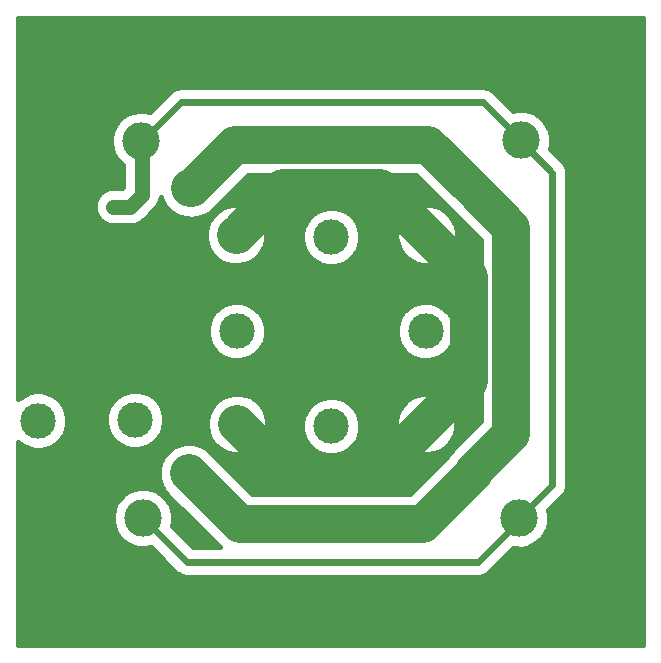
<source format=gbr>
G04 #@! TF.FileFunction,Copper,L2,Bot,Signal*
%FSLAX46Y46*%
G04 Gerber Fmt 4.6, Leading zero omitted, Abs format (unit mm)*
G04 Created by KiCad (PCBNEW 4.0.6) date 05/08/17 07:30:41*
%MOMM*%
%LPD*%
G01*
G04 APERTURE LIST*
%ADD10C,0.100000*%
%ADD11C,2.540000*%
%ADD12C,3.175000*%
%ADD13C,3.000000*%
%ADD14C,1.006400*%
%ADD15C,3.200000*%
%ADD16C,0.609600*%
%ADD17C,1.270000*%
%ADD18C,0.406400*%
G04 APERTURE END LIST*
D10*
D11*
X71401300Y-116571300D03*
D12*
X71401300Y-116571300D03*
D11*
X47261300Y-116752300D03*
D12*
X47261300Y-116752300D03*
D11*
X71290300Y-92702300D03*
D12*
X71290300Y-92702300D03*
D11*
X47340300Y-92642300D03*
D12*
X47340300Y-92642300D03*
D11*
X67356300Y-112598300D03*
D12*
X67356300Y-112598300D03*
D11*
X51364300Y-112586300D03*
D12*
X51364300Y-112586300D03*
D11*
X67405300Y-96581300D03*
D12*
X67405300Y-96581300D03*
D11*
X51258300Y-96607300D03*
D12*
X51258300Y-96607300D03*
D11*
X43241300Y-88630300D03*
D12*
X43241300Y-88630300D03*
D11*
X43386300Y-120553300D03*
D12*
X43386300Y-120553300D03*
D11*
X75205300Y-120580300D03*
D12*
X75205300Y-120580300D03*
D11*
X75370300Y-88548300D03*
D12*
X75370300Y-88548300D03*
D13*
X51333700Y-104744900D03*
X59334700Y-96743900D03*
X67335700Y-104744900D03*
X59334700Y-112771300D03*
X34515100Y-112298900D03*
X42719100Y-112232900D03*
D14*
X70962100Y-101268900D03*
X60193100Y-117182900D03*
X74554100Y-95963900D03*
X64568100Y-121066900D03*
X49653000Y-119144000D03*
X40890100Y-94183900D03*
D15*
X51364300Y-112586300D02*
X51364300Y-112613100D01*
X51364300Y-112613100D02*
X54798100Y-116046900D01*
X54798100Y-116046900D02*
X54798100Y-116048900D01*
X54798100Y-116048900D02*
X55932100Y-117182900D01*
X55932100Y-117182900D02*
X60193100Y-117182900D01*
X60193100Y-117182900D02*
X62771700Y-117182900D01*
X62771700Y-117182900D02*
X67356300Y-112598300D01*
X67405300Y-96581300D02*
X67410500Y-96581300D01*
X67410500Y-96581300D02*
X70962100Y-100132900D01*
X70962100Y-100132900D02*
X70962100Y-101268900D01*
X70962100Y-101268900D02*
X70962100Y-108992500D01*
X70962100Y-108992500D02*
X67356300Y-112598300D01*
X51258300Y-96607300D02*
X51314700Y-96607300D01*
X51314700Y-96607300D02*
X54515100Y-93406900D01*
X54515100Y-93406900D02*
X54515100Y-93404900D01*
X54515100Y-93404900D02*
X55271100Y-92648900D01*
X55271100Y-92648900D02*
X63478100Y-92648900D01*
X63478100Y-92648900D02*
X67410500Y-96581300D01*
X71401300Y-116571300D02*
X71401300Y-116751700D01*
X71401300Y-116751700D02*
X67086100Y-121066900D01*
X67086100Y-121066900D02*
X64568100Y-121066900D01*
X64568100Y-121066900D02*
X51575900Y-121066900D01*
X51575900Y-121066900D02*
X49653000Y-119144000D01*
X49653000Y-119144000D02*
X47261300Y-116752300D01*
X71290300Y-92702300D02*
X71292500Y-92702300D01*
X71292500Y-92702300D02*
X74554100Y-95963900D01*
X74554100Y-95963900D02*
X74554100Y-113418500D01*
X74554100Y-113418500D02*
X71401300Y-116571300D01*
X47340300Y-92642300D02*
X47518700Y-92642300D01*
X47518700Y-92642300D02*
X51206100Y-88954900D01*
X51206100Y-88954900D02*
X67545100Y-88954900D01*
X67545100Y-88954900D02*
X71292500Y-92702300D01*
D16*
X43241300Y-88630300D02*
X43299700Y-88630300D01*
X43299700Y-88630300D02*
X46575100Y-85354900D01*
X46575100Y-85354900D02*
X72176900Y-85354900D01*
X72176900Y-85354900D02*
X75370300Y-88548300D01*
X75370300Y-88548300D02*
X75370300Y-88642100D01*
X75370300Y-88642100D02*
X78051100Y-91322900D01*
X78051100Y-91322900D02*
X78051100Y-117734500D01*
X78051100Y-117734500D02*
X75205300Y-120580300D01*
X75205300Y-120580300D02*
X75205300Y-120800700D01*
X75205300Y-120800700D02*
X71718100Y-124287900D01*
X71718100Y-124287900D02*
X47120900Y-124287900D01*
X47120900Y-124287900D02*
X43386300Y-120553300D01*
D17*
X40890100Y-94183900D02*
X42311100Y-94183900D01*
X42311100Y-94183900D02*
X43296100Y-93198900D01*
X43296100Y-93198900D02*
X43296100Y-88685100D01*
X43296100Y-88685100D02*
X43241300Y-88630300D01*
D18*
G36*
X85723900Y-131288700D02*
X32818300Y-131288700D01*
X32818300Y-114090759D01*
X32909624Y-114185328D01*
X33306609Y-114461240D01*
X33749625Y-114654789D01*
X34221798Y-114758603D01*
X34705143Y-114768727D01*
X35181249Y-114684777D01*
X35631981Y-114509949D01*
X36040172Y-114250904D01*
X36390274Y-113917506D01*
X36668950Y-113522457D01*
X36865587Y-113080803D01*
X36972695Y-112609366D01*
X36975057Y-112440181D01*
X40250660Y-112440181D01*
X40337932Y-112915689D01*
X40515902Y-113365190D01*
X40777791Y-113771563D01*
X41113624Y-114119328D01*
X41510609Y-114395240D01*
X41953625Y-114588789D01*
X42425798Y-114692603D01*
X42909143Y-114702727D01*
X43385249Y-114618777D01*
X43835981Y-114443949D01*
X44244172Y-114184904D01*
X44594274Y-113851506D01*
X44872950Y-113456457D01*
X45069587Y-113014803D01*
X45118176Y-112800938D01*
X48808245Y-112800938D01*
X48898615Y-113293324D01*
X49082902Y-113758779D01*
X49354086Y-114179576D01*
X49701839Y-114539685D01*
X50112915Y-114825390D01*
X50571656Y-115025808D01*
X51060588Y-115133307D01*
X51561088Y-115143791D01*
X52054093Y-115056861D01*
X52520824Y-114875828D01*
X52943503Y-114607588D01*
X53306031Y-114262357D01*
X53594599Y-113853286D01*
X53798215Y-113395956D01*
X53893040Y-112978581D01*
X56866260Y-112978581D01*
X56953532Y-113454089D01*
X57131502Y-113903590D01*
X57393391Y-114309963D01*
X57729224Y-114657728D01*
X58126209Y-114933640D01*
X58569225Y-115127189D01*
X59041398Y-115231003D01*
X59524743Y-115241127D01*
X60000849Y-115157177D01*
X60451581Y-114982349D01*
X60859772Y-114723304D01*
X61209874Y-114389906D01*
X61488550Y-113994857D01*
X61685187Y-113553203D01*
X61792295Y-113081766D01*
X61796049Y-112812938D01*
X64800245Y-112812938D01*
X64890615Y-113305324D01*
X65074902Y-113770779D01*
X65346086Y-114191576D01*
X65693839Y-114551685D01*
X66104915Y-114837390D01*
X66563656Y-115037808D01*
X67052588Y-115145307D01*
X67553088Y-115155791D01*
X68046093Y-115068861D01*
X68512824Y-114887828D01*
X68935503Y-114619588D01*
X69298031Y-114274357D01*
X69586599Y-113865286D01*
X69790215Y-113407956D01*
X69901125Y-112919786D01*
X69909109Y-112347995D01*
X69811873Y-111856919D01*
X69621106Y-111394081D01*
X69344072Y-110977113D01*
X68991325Y-110621894D01*
X68576300Y-110341957D01*
X68114806Y-110147962D01*
X67624421Y-110047301D01*
X67123823Y-110043806D01*
X66632080Y-110137611D01*
X66167922Y-110325143D01*
X65749029Y-110599258D01*
X65391357Y-110949517D01*
X65108529Y-111362577D01*
X64911317Y-111822706D01*
X64807235Y-112312377D01*
X64800245Y-112812938D01*
X61796049Y-112812938D01*
X61800006Y-112529575D01*
X61706103Y-112055331D01*
X61521874Y-111608359D01*
X61254337Y-111205683D01*
X60913681Y-110862640D01*
X60512882Y-110592298D01*
X60067207Y-110404953D01*
X59593630Y-110307742D01*
X59110191Y-110304367D01*
X58635304Y-110394956D01*
X58187056Y-110576060D01*
X57782522Y-110840780D01*
X57437110Y-111179033D01*
X57163976Y-111577934D01*
X56973525Y-112022291D01*
X56873010Y-112495177D01*
X56866260Y-112978581D01*
X53893040Y-112978581D01*
X53909125Y-112907786D01*
X53917109Y-112335995D01*
X53819873Y-111844919D01*
X53629106Y-111382081D01*
X53352072Y-110965113D01*
X52999325Y-110609894D01*
X52584300Y-110329957D01*
X52122806Y-110135962D01*
X51632421Y-110035301D01*
X51131823Y-110031806D01*
X50640080Y-110125611D01*
X50175922Y-110313143D01*
X49757029Y-110587258D01*
X49399357Y-110937517D01*
X49116529Y-111350577D01*
X48919317Y-111810706D01*
X48815235Y-112300377D01*
X48808245Y-112800938D01*
X45118176Y-112800938D01*
X45176695Y-112543366D01*
X45184406Y-111991175D01*
X45090503Y-111516931D01*
X44906274Y-111069959D01*
X44638737Y-110667283D01*
X44298081Y-110324240D01*
X43897282Y-110053898D01*
X43451607Y-109866553D01*
X42978030Y-109769342D01*
X42494591Y-109765967D01*
X42019704Y-109856556D01*
X41571456Y-110037660D01*
X41166922Y-110302380D01*
X40821510Y-110640633D01*
X40548376Y-111039534D01*
X40357925Y-111483891D01*
X40257410Y-111956777D01*
X40250660Y-112440181D01*
X36975057Y-112440181D01*
X36980406Y-112057175D01*
X36886503Y-111582931D01*
X36702274Y-111135959D01*
X36434737Y-110733283D01*
X36094081Y-110390240D01*
X35693282Y-110119898D01*
X35247607Y-109932553D01*
X34774030Y-109835342D01*
X34290591Y-109831967D01*
X33815704Y-109922556D01*
X33367456Y-110103660D01*
X32962922Y-110368380D01*
X32818300Y-110510005D01*
X32818300Y-104952181D01*
X48865260Y-104952181D01*
X48952532Y-105427689D01*
X49130502Y-105877190D01*
X49392391Y-106283563D01*
X49728224Y-106631328D01*
X50125209Y-106907240D01*
X50568225Y-107100789D01*
X51040398Y-107204603D01*
X51523743Y-107214727D01*
X51999849Y-107130777D01*
X52450581Y-106955949D01*
X52858772Y-106696904D01*
X53208874Y-106363506D01*
X53487550Y-105968457D01*
X53684187Y-105526803D01*
X53791295Y-105055366D01*
X53792735Y-104952181D01*
X64867260Y-104952181D01*
X64954532Y-105427689D01*
X65132502Y-105877190D01*
X65394391Y-106283563D01*
X65730224Y-106631328D01*
X66127209Y-106907240D01*
X66570225Y-107100789D01*
X67042398Y-107204603D01*
X67525743Y-107214727D01*
X68001849Y-107130777D01*
X68452581Y-106955949D01*
X68860772Y-106696904D01*
X69210874Y-106363506D01*
X69489550Y-105968457D01*
X69686187Y-105526803D01*
X69793295Y-105055366D01*
X69801006Y-104503175D01*
X69707103Y-104028931D01*
X69522874Y-103581959D01*
X69255337Y-103179283D01*
X68914681Y-102836240D01*
X68513882Y-102565898D01*
X68068207Y-102378553D01*
X67594630Y-102281342D01*
X67111191Y-102277967D01*
X66636304Y-102368556D01*
X66188056Y-102549660D01*
X65783522Y-102814380D01*
X65438110Y-103152633D01*
X65164976Y-103551534D01*
X64974525Y-103995891D01*
X64874010Y-104468777D01*
X64867260Y-104952181D01*
X53792735Y-104952181D01*
X53799006Y-104503175D01*
X53705103Y-104028931D01*
X53520874Y-103581959D01*
X53253337Y-103179283D01*
X52912681Y-102836240D01*
X52511882Y-102565898D01*
X52066207Y-102378553D01*
X51592630Y-102281342D01*
X51109191Y-102277967D01*
X50634304Y-102368556D01*
X50186056Y-102549660D01*
X49781522Y-102814380D01*
X49436110Y-103152633D01*
X49162976Y-103551534D01*
X48972525Y-103995891D01*
X48872010Y-104468777D01*
X48865260Y-104952181D01*
X32818300Y-104952181D01*
X32818300Y-96821938D01*
X48702245Y-96821938D01*
X48792615Y-97314324D01*
X48976902Y-97779779D01*
X49248086Y-98200576D01*
X49595839Y-98560685D01*
X50006915Y-98846390D01*
X50465656Y-99046808D01*
X50954588Y-99154307D01*
X51455088Y-99164791D01*
X51948093Y-99077861D01*
X52414824Y-98896828D01*
X52837503Y-98628588D01*
X53200031Y-98283357D01*
X53488599Y-97874286D01*
X53692215Y-97416956D01*
X53798036Y-96951181D01*
X56866260Y-96951181D01*
X56953532Y-97426689D01*
X57131502Y-97876190D01*
X57393391Y-98282563D01*
X57729224Y-98630328D01*
X58126209Y-98906240D01*
X58569225Y-99099789D01*
X59041398Y-99203603D01*
X59524743Y-99213727D01*
X60000849Y-99129777D01*
X60451581Y-98954949D01*
X60859772Y-98695904D01*
X61209874Y-98362506D01*
X61488550Y-97967457D01*
X61685187Y-97525803D01*
X61792295Y-97054366D01*
X61795903Y-96795938D01*
X64849245Y-96795938D01*
X64939615Y-97288324D01*
X65123902Y-97753779D01*
X65395086Y-98174576D01*
X65742839Y-98534685D01*
X66153915Y-98820390D01*
X66612656Y-99020808D01*
X67101588Y-99128307D01*
X67602088Y-99138791D01*
X68095093Y-99051861D01*
X68561824Y-98870828D01*
X68984503Y-98602588D01*
X69347031Y-98257357D01*
X69635599Y-97848286D01*
X69839215Y-97390956D01*
X69950125Y-96902786D01*
X69958109Y-96330995D01*
X69860873Y-95839919D01*
X69670106Y-95377081D01*
X69393072Y-94960113D01*
X69040325Y-94604894D01*
X68625300Y-94324957D01*
X68163806Y-94130962D01*
X67673421Y-94030301D01*
X67172823Y-94026806D01*
X66681080Y-94120611D01*
X66216922Y-94308143D01*
X65798029Y-94582258D01*
X65440357Y-94932517D01*
X65157529Y-95345577D01*
X64960317Y-95805706D01*
X64856235Y-96295377D01*
X64849245Y-96795938D01*
X61795903Y-96795938D01*
X61800006Y-96502175D01*
X61706103Y-96027931D01*
X61521874Y-95580959D01*
X61254337Y-95178283D01*
X60913681Y-94835240D01*
X60512882Y-94564898D01*
X60067207Y-94377553D01*
X59593630Y-94280342D01*
X59110191Y-94276967D01*
X58635304Y-94367556D01*
X58187056Y-94548660D01*
X57782522Y-94813380D01*
X57437110Y-95151633D01*
X57163976Y-95550534D01*
X56973525Y-95994891D01*
X56873010Y-96467777D01*
X56866260Y-96951181D01*
X53798036Y-96951181D01*
X53803125Y-96928786D01*
X53811109Y-96356995D01*
X53713873Y-95865919D01*
X53523106Y-95403081D01*
X53246072Y-94986113D01*
X52893325Y-94630894D01*
X52478300Y-94350957D01*
X52016806Y-94156962D01*
X51526421Y-94056301D01*
X51025823Y-94052806D01*
X50534080Y-94146611D01*
X50069922Y-94334143D01*
X49651029Y-94608258D01*
X49293357Y-94958517D01*
X49010529Y-95371577D01*
X48813317Y-95831706D01*
X48709235Y-96321377D01*
X48702245Y-96821938D01*
X32818300Y-96821938D01*
X32818300Y-94172729D01*
X39289939Y-94172729D01*
X39318244Y-94483748D01*
X39406420Y-94783345D01*
X39551110Y-95060111D01*
X39746801Y-95303501D01*
X39986040Y-95504247D01*
X40259714Y-95654700D01*
X40557400Y-95749132D01*
X40867758Y-95783944D01*
X40890100Y-95784100D01*
X42311100Y-95784100D01*
X42458208Y-95769676D01*
X42605459Y-95756793D01*
X42613541Y-95754445D01*
X42621914Y-95753624D01*
X42763439Y-95710896D01*
X42905362Y-95669663D01*
X42912829Y-95665792D01*
X42920889Y-95663359D01*
X43051423Y-95593953D01*
X43182632Y-95525941D01*
X43189209Y-95520690D01*
X43196637Y-95516741D01*
X43311176Y-95423325D01*
X43426704Y-95331100D01*
X43438411Y-95319554D01*
X43438656Y-95319355D01*
X43438843Y-95319129D01*
X43442612Y-95315412D01*
X44427612Y-94330413D01*
X44521434Y-94216192D01*
X44616447Y-94102960D01*
X44620502Y-94095584D01*
X44625841Y-94089084D01*
X44695688Y-93958821D01*
X44766900Y-93829286D01*
X44769443Y-93821268D01*
X44773421Y-93813850D01*
X44816647Y-93672466D01*
X44861332Y-93531600D01*
X44862270Y-93523239D01*
X44864730Y-93515192D01*
X44879667Y-93368143D01*
X44880196Y-93363421D01*
X44923481Y-93472746D01*
X44961888Y-93603241D01*
X45016533Y-93707767D01*
X45058902Y-93814779D01*
X45130810Y-93926358D01*
X45193832Y-94046909D01*
X45267734Y-94138825D01*
X45330086Y-94235576D01*
X45422306Y-94331072D01*
X45507535Y-94437076D01*
X45597878Y-94512882D01*
X45677839Y-94595685D01*
X45786852Y-94671451D01*
X45891047Y-94758881D01*
X45994396Y-94815698D01*
X46088915Y-94881390D01*
X46210560Y-94934535D01*
X46329760Y-95000066D01*
X46442186Y-95035730D01*
X46547656Y-95081808D01*
X46677302Y-95110313D01*
X46806965Y-95151444D01*
X46924175Y-95164591D01*
X47036588Y-95189307D01*
X47169304Y-95192087D01*
X47304484Y-95207250D01*
X47340300Y-95207500D01*
X47518700Y-95207500D01*
X47754567Y-95184373D01*
X47990572Y-95163725D01*
X48003522Y-95159963D01*
X48016950Y-95158646D01*
X48243786Y-95090160D01*
X48471333Y-95024052D01*
X48483312Y-95017843D01*
X48496222Y-95013945D01*
X48705421Y-94902712D01*
X48915808Y-94793658D01*
X48926349Y-94785243D01*
X48938260Y-94778910D01*
X49121904Y-94629133D01*
X49307068Y-94481319D01*
X49325836Y-94462810D01*
X49326228Y-94462491D01*
X49326528Y-94462128D01*
X49332570Y-94456170D01*
X52268640Y-91520100D01*
X66482560Y-91520100D01*
X69449326Y-94486866D01*
X69457535Y-94497076D01*
X69469971Y-94507511D01*
X71988900Y-97026440D01*
X71988900Y-112355959D01*
X69587430Y-114757430D01*
X69515436Y-114845077D01*
X69436357Y-114922517D01*
X69366338Y-115024778D01*
X69284719Y-115122047D01*
X69278220Y-115133869D01*
X69269659Y-115144291D01*
X69216059Y-115244254D01*
X69153529Y-115335577D01*
X69126411Y-115398848D01*
X66023560Y-118501700D01*
X52638440Y-118501700D01*
X51466942Y-117330202D01*
X51466871Y-117330130D01*
X49075170Y-114938430D01*
X48980545Y-114860704D01*
X48896325Y-114775894D01*
X48789920Y-114704123D01*
X48688309Y-114620659D01*
X48580385Y-114562791D01*
X48481300Y-114495957D01*
X48362988Y-114446223D01*
X48247094Y-114384081D01*
X48129984Y-114348277D01*
X48019806Y-114301962D01*
X47894089Y-114276156D01*
X47768331Y-114237708D01*
X47646491Y-114225332D01*
X47529421Y-114201301D01*
X47401092Y-114200405D01*
X47270254Y-114187115D01*
X47148330Y-114198640D01*
X47028823Y-114197806D01*
X46902759Y-114221854D01*
X46771837Y-114234230D01*
X46654479Y-114269216D01*
X46537080Y-114291611D01*
X46418084Y-114339688D01*
X46292063Y-114377257D01*
X46183738Y-114434370D01*
X46072922Y-114479143D01*
X45965525Y-114549421D01*
X45849207Y-114610749D01*
X45754045Y-114687810D01*
X45654029Y-114753258D01*
X45562327Y-114843059D01*
X45460137Y-114925811D01*
X45381751Y-115019893D01*
X45296357Y-115103517D01*
X45223847Y-115209415D01*
X45139673Y-115310444D01*
X45081053Y-115417960D01*
X45013529Y-115516577D01*
X44962969Y-115634543D01*
X44900021Y-115749997D01*
X44863401Y-115866851D01*
X44816317Y-115976706D01*
X44789634Y-116102240D01*
X44750309Y-116227726D01*
X44737083Y-116349476D01*
X44712235Y-116466377D01*
X44710443Y-116594704D01*
X44696241Y-116725438D01*
X44706914Y-116847428D01*
X44705245Y-116966938D01*
X44728414Y-117093178D01*
X44739875Y-117224172D01*
X44774039Y-117341766D01*
X44795615Y-117459324D01*
X44842860Y-117578651D01*
X44879548Y-117704933D01*
X44935907Y-117813661D01*
X44979902Y-117924779D01*
X45049423Y-118032655D01*
X45109942Y-118149408D01*
X45186342Y-118245113D01*
X45251086Y-118345576D01*
X45340243Y-118437901D01*
X45422281Y-118540668D01*
X45447430Y-118566170D01*
X47839130Y-120957871D01*
X47839136Y-120957876D01*
X49762030Y-122880770D01*
X49928974Y-123017900D01*
X47646952Y-123017900D01*
X45852020Y-121222968D01*
X45931125Y-120874786D01*
X45939109Y-120302995D01*
X45841873Y-119811919D01*
X45651106Y-119349081D01*
X45374072Y-118932113D01*
X45021325Y-118576894D01*
X44606300Y-118296957D01*
X44144806Y-118102962D01*
X43654421Y-118002301D01*
X43153823Y-117998806D01*
X42662080Y-118092611D01*
X42197922Y-118280143D01*
X41779029Y-118554258D01*
X41421357Y-118904517D01*
X41138529Y-119317577D01*
X40941317Y-119777706D01*
X40837235Y-120267377D01*
X40830245Y-120767938D01*
X40920615Y-121260324D01*
X41104902Y-121725779D01*
X41376086Y-122146576D01*
X41723839Y-122506685D01*
X42134915Y-122792390D01*
X42593656Y-122992808D01*
X43082588Y-123100307D01*
X43583088Y-123110791D01*
X44063100Y-123026152D01*
X46222874Y-125185926D01*
X46313582Y-125260434D01*
X46403392Y-125335794D01*
X46409242Y-125339010D01*
X46414405Y-125343251D01*
X46517783Y-125398681D01*
X46620594Y-125455202D01*
X46626964Y-125457223D01*
X46632845Y-125460376D01*
X46744988Y-125494662D01*
X46856852Y-125530147D01*
X46863488Y-125530891D01*
X46869875Y-125532844D01*
X46986590Y-125544700D01*
X47103168Y-125557776D01*
X47116223Y-125557867D01*
X47116466Y-125557892D01*
X47116693Y-125557871D01*
X47120900Y-125557900D01*
X71718100Y-125557900D01*
X71834863Y-125546451D01*
X71951718Y-125536228D01*
X71958132Y-125534365D01*
X71964778Y-125533713D01*
X72077062Y-125499812D01*
X72189737Y-125467077D01*
X72195668Y-125464002D01*
X72202059Y-125462073D01*
X72305649Y-125406994D01*
X72409791Y-125353011D01*
X72415007Y-125348847D01*
X72420907Y-125345710D01*
X72511843Y-125271545D01*
X72603500Y-125198376D01*
X72612799Y-125189207D01*
X72612985Y-125189055D01*
X72613128Y-125188883D01*
X72616126Y-125185926D01*
X74715630Y-123086421D01*
X74901588Y-123127307D01*
X75402088Y-123137791D01*
X75895093Y-123050861D01*
X76361824Y-122869828D01*
X76784503Y-122601588D01*
X77147031Y-122256357D01*
X77435599Y-121847286D01*
X77639215Y-121389956D01*
X77750125Y-120901786D01*
X77758109Y-120329995D01*
X77674403Y-119907249D01*
X78949126Y-118632526D01*
X79023634Y-118541818D01*
X79098994Y-118452008D01*
X79102210Y-118446158D01*
X79106451Y-118440995D01*
X79161881Y-118337617D01*
X79218402Y-118234806D01*
X79220423Y-118228436D01*
X79223576Y-118222555D01*
X79257862Y-118110412D01*
X79293347Y-117998548D01*
X79294091Y-117991912D01*
X79296044Y-117985525D01*
X79307900Y-117868810D01*
X79320976Y-117752232D01*
X79321067Y-117739177D01*
X79321092Y-117738934D01*
X79321071Y-117738707D01*
X79321100Y-117734500D01*
X79321100Y-91322900D01*
X79309651Y-91206137D01*
X79299428Y-91089282D01*
X79297565Y-91082868D01*
X79296913Y-91076222D01*
X79263012Y-90963938D01*
X79230277Y-90851263D01*
X79227202Y-90845332D01*
X79225273Y-90838941D01*
X79170215Y-90735391D01*
X79116212Y-90631209D01*
X79112045Y-90625989D01*
X79108910Y-90620093D01*
X79034772Y-90529191D01*
X78961577Y-90437501D01*
X78952411Y-90428206D01*
X78952255Y-90428015D01*
X78952078Y-90427869D01*
X78949126Y-90424875D01*
X77818654Y-89294403D01*
X77915125Y-88869786D01*
X77923109Y-88297995D01*
X77825873Y-87806919D01*
X77635106Y-87344081D01*
X77358072Y-86927113D01*
X77005325Y-86571894D01*
X76590300Y-86291957D01*
X76128806Y-86097962D01*
X75638421Y-85997301D01*
X75137823Y-85993806D01*
X74696117Y-86078066D01*
X73074926Y-84456874D01*
X72984218Y-84382366D01*
X72894408Y-84307006D01*
X72888558Y-84303790D01*
X72883395Y-84299549D01*
X72780017Y-84244119D01*
X72677206Y-84187598D01*
X72670836Y-84185577D01*
X72664955Y-84182424D01*
X72552812Y-84148138D01*
X72440948Y-84112653D01*
X72434312Y-84111909D01*
X72427925Y-84109956D01*
X72311210Y-84098100D01*
X72194632Y-84085024D01*
X72181577Y-84084933D01*
X72181334Y-84084908D01*
X72181107Y-84084929D01*
X72176900Y-84084900D01*
X46575100Y-84084900D01*
X46458337Y-84096349D01*
X46341482Y-84106572D01*
X46335068Y-84108435D01*
X46328422Y-84109087D01*
X46216138Y-84142988D01*
X46103463Y-84175723D01*
X46097532Y-84178798D01*
X46091141Y-84180727D01*
X45987551Y-84235806D01*
X45883409Y-84289789D01*
X45878193Y-84293953D01*
X45872293Y-84297090D01*
X45781357Y-84371255D01*
X45689700Y-84444424D01*
X45680401Y-84453593D01*
X45680215Y-84453745D01*
X45680072Y-84453917D01*
X45677074Y-84456874D01*
X43961790Y-86172158D01*
X43509421Y-86079301D01*
X43008823Y-86075806D01*
X42517080Y-86169611D01*
X42052922Y-86357143D01*
X41634029Y-86631258D01*
X41276357Y-86981517D01*
X40993529Y-87394577D01*
X40796317Y-87854706D01*
X40692235Y-88344377D01*
X40685245Y-88844938D01*
X40775615Y-89337324D01*
X40959902Y-89802779D01*
X41231086Y-90223576D01*
X41578839Y-90583685D01*
X41695900Y-90665044D01*
X41695900Y-92536075D01*
X41648276Y-92583700D01*
X40890100Y-92583700D01*
X40579286Y-92614176D01*
X40280311Y-92704441D01*
X40004563Y-92851059D01*
X39762544Y-93048445D01*
X39563474Y-93289080D01*
X39414935Y-93563798D01*
X39322584Y-93862135D01*
X39289939Y-94172729D01*
X32818300Y-94172729D01*
X32818300Y-78223100D01*
X85723900Y-78223100D01*
X85723900Y-131288700D01*
X85723900Y-131288700D01*
G37*
X85723900Y-131288700D02*
X32818300Y-131288700D01*
X32818300Y-114090759D01*
X32909624Y-114185328D01*
X33306609Y-114461240D01*
X33749625Y-114654789D01*
X34221798Y-114758603D01*
X34705143Y-114768727D01*
X35181249Y-114684777D01*
X35631981Y-114509949D01*
X36040172Y-114250904D01*
X36390274Y-113917506D01*
X36668950Y-113522457D01*
X36865587Y-113080803D01*
X36972695Y-112609366D01*
X36975057Y-112440181D01*
X40250660Y-112440181D01*
X40337932Y-112915689D01*
X40515902Y-113365190D01*
X40777791Y-113771563D01*
X41113624Y-114119328D01*
X41510609Y-114395240D01*
X41953625Y-114588789D01*
X42425798Y-114692603D01*
X42909143Y-114702727D01*
X43385249Y-114618777D01*
X43835981Y-114443949D01*
X44244172Y-114184904D01*
X44594274Y-113851506D01*
X44872950Y-113456457D01*
X45069587Y-113014803D01*
X45118176Y-112800938D01*
X48808245Y-112800938D01*
X48898615Y-113293324D01*
X49082902Y-113758779D01*
X49354086Y-114179576D01*
X49701839Y-114539685D01*
X50112915Y-114825390D01*
X50571656Y-115025808D01*
X51060588Y-115133307D01*
X51561088Y-115143791D01*
X52054093Y-115056861D01*
X52520824Y-114875828D01*
X52943503Y-114607588D01*
X53306031Y-114262357D01*
X53594599Y-113853286D01*
X53798215Y-113395956D01*
X53893040Y-112978581D01*
X56866260Y-112978581D01*
X56953532Y-113454089D01*
X57131502Y-113903590D01*
X57393391Y-114309963D01*
X57729224Y-114657728D01*
X58126209Y-114933640D01*
X58569225Y-115127189D01*
X59041398Y-115231003D01*
X59524743Y-115241127D01*
X60000849Y-115157177D01*
X60451581Y-114982349D01*
X60859772Y-114723304D01*
X61209874Y-114389906D01*
X61488550Y-113994857D01*
X61685187Y-113553203D01*
X61792295Y-113081766D01*
X61796049Y-112812938D01*
X64800245Y-112812938D01*
X64890615Y-113305324D01*
X65074902Y-113770779D01*
X65346086Y-114191576D01*
X65693839Y-114551685D01*
X66104915Y-114837390D01*
X66563656Y-115037808D01*
X67052588Y-115145307D01*
X67553088Y-115155791D01*
X68046093Y-115068861D01*
X68512824Y-114887828D01*
X68935503Y-114619588D01*
X69298031Y-114274357D01*
X69586599Y-113865286D01*
X69790215Y-113407956D01*
X69901125Y-112919786D01*
X69909109Y-112347995D01*
X69811873Y-111856919D01*
X69621106Y-111394081D01*
X69344072Y-110977113D01*
X68991325Y-110621894D01*
X68576300Y-110341957D01*
X68114806Y-110147962D01*
X67624421Y-110047301D01*
X67123823Y-110043806D01*
X66632080Y-110137611D01*
X66167922Y-110325143D01*
X65749029Y-110599258D01*
X65391357Y-110949517D01*
X65108529Y-111362577D01*
X64911317Y-111822706D01*
X64807235Y-112312377D01*
X64800245Y-112812938D01*
X61796049Y-112812938D01*
X61800006Y-112529575D01*
X61706103Y-112055331D01*
X61521874Y-111608359D01*
X61254337Y-111205683D01*
X60913681Y-110862640D01*
X60512882Y-110592298D01*
X60067207Y-110404953D01*
X59593630Y-110307742D01*
X59110191Y-110304367D01*
X58635304Y-110394956D01*
X58187056Y-110576060D01*
X57782522Y-110840780D01*
X57437110Y-111179033D01*
X57163976Y-111577934D01*
X56973525Y-112022291D01*
X56873010Y-112495177D01*
X56866260Y-112978581D01*
X53893040Y-112978581D01*
X53909125Y-112907786D01*
X53917109Y-112335995D01*
X53819873Y-111844919D01*
X53629106Y-111382081D01*
X53352072Y-110965113D01*
X52999325Y-110609894D01*
X52584300Y-110329957D01*
X52122806Y-110135962D01*
X51632421Y-110035301D01*
X51131823Y-110031806D01*
X50640080Y-110125611D01*
X50175922Y-110313143D01*
X49757029Y-110587258D01*
X49399357Y-110937517D01*
X49116529Y-111350577D01*
X48919317Y-111810706D01*
X48815235Y-112300377D01*
X48808245Y-112800938D01*
X45118176Y-112800938D01*
X45176695Y-112543366D01*
X45184406Y-111991175D01*
X45090503Y-111516931D01*
X44906274Y-111069959D01*
X44638737Y-110667283D01*
X44298081Y-110324240D01*
X43897282Y-110053898D01*
X43451607Y-109866553D01*
X42978030Y-109769342D01*
X42494591Y-109765967D01*
X42019704Y-109856556D01*
X41571456Y-110037660D01*
X41166922Y-110302380D01*
X40821510Y-110640633D01*
X40548376Y-111039534D01*
X40357925Y-111483891D01*
X40257410Y-111956777D01*
X40250660Y-112440181D01*
X36975057Y-112440181D01*
X36980406Y-112057175D01*
X36886503Y-111582931D01*
X36702274Y-111135959D01*
X36434737Y-110733283D01*
X36094081Y-110390240D01*
X35693282Y-110119898D01*
X35247607Y-109932553D01*
X34774030Y-109835342D01*
X34290591Y-109831967D01*
X33815704Y-109922556D01*
X33367456Y-110103660D01*
X32962922Y-110368380D01*
X32818300Y-110510005D01*
X32818300Y-104952181D01*
X48865260Y-104952181D01*
X48952532Y-105427689D01*
X49130502Y-105877190D01*
X49392391Y-106283563D01*
X49728224Y-106631328D01*
X50125209Y-106907240D01*
X50568225Y-107100789D01*
X51040398Y-107204603D01*
X51523743Y-107214727D01*
X51999849Y-107130777D01*
X52450581Y-106955949D01*
X52858772Y-106696904D01*
X53208874Y-106363506D01*
X53487550Y-105968457D01*
X53684187Y-105526803D01*
X53791295Y-105055366D01*
X53792735Y-104952181D01*
X64867260Y-104952181D01*
X64954532Y-105427689D01*
X65132502Y-105877190D01*
X65394391Y-106283563D01*
X65730224Y-106631328D01*
X66127209Y-106907240D01*
X66570225Y-107100789D01*
X67042398Y-107204603D01*
X67525743Y-107214727D01*
X68001849Y-107130777D01*
X68452581Y-106955949D01*
X68860772Y-106696904D01*
X69210874Y-106363506D01*
X69489550Y-105968457D01*
X69686187Y-105526803D01*
X69793295Y-105055366D01*
X69801006Y-104503175D01*
X69707103Y-104028931D01*
X69522874Y-103581959D01*
X69255337Y-103179283D01*
X68914681Y-102836240D01*
X68513882Y-102565898D01*
X68068207Y-102378553D01*
X67594630Y-102281342D01*
X67111191Y-102277967D01*
X66636304Y-102368556D01*
X66188056Y-102549660D01*
X65783522Y-102814380D01*
X65438110Y-103152633D01*
X65164976Y-103551534D01*
X64974525Y-103995891D01*
X64874010Y-104468777D01*
X64867260Y-104952181D01*
X53792735Y-104952181D01*
X53799006Y-104503175D01*
X53705103Y-104028931D01*
X53520874Y-103581959D01*
X53253337Y-103179283D01*
X52912681Y-102836240D01*
X52511882Y-102565898D01*
X52066207Y-102378553D01*
X51592630Y-102281342D01*
X51109191Y-102277967D01*
X50634304Y-102368556D01*
X50186056Y-102549660D01*
X49781522Y-102814380D01*
X49436110Y-103152633D01*
X49162976Y-103551534D01*
X48972525Y-103995891D01*
X48872010Y-104468777D01*
X48865260Y-104952181D01*
X32818300Y-104952181D01*
X32818300Y-96821938D01*
X48702245Y-96821938D01*
X48792615Y-97314324D01*
X48976902Y-97779779D01*
X49248086Y-98200576D01*
X49595839Y-98560685D01*
X50006915Y-98846390D01*
X50465656Y-99046808D01*
X50954588Y-99154307D01*
X51455088Y-99164791D01*
X51948093Y-99077861D01*
X52414824Y-98896828D01*
X52837503Y-98628588D01*
X53200031Y-98283357D01*
X53488599Y-97874286D01*
X53692215Y-97416956D01*
X53798036Y-96951181D01*
X56866260Y-96951181D01*
X56953532Y-97426689D01*
X57131502Y-97876190D01*
X57393391Y-98282563D01*
X57729224Y-98630328D01*
X58126209Y-98906240D01*
X58569225Y-99099789D01*
X59041398Y-99203603D01*
X59524743Y-99213727D01*
X60000849Y-99129777D01*
X60451581Y-98954949D01*
X60859772Y-98695904D01*
X61209874Y-98362506D01*
X61488550Y-97967457D01*
X61685187Y-97525803D01*
X61792295Y-97054366D01*
X61795903Y-96795938D01*
X64849245Y-96795938D01*
X64939615Y-97288324D01*
X65123902Y-97753779D01*
X65395086Y-98174576D01*
X65742839Y-98534685D01*
X66153915Y-98820390D01*
X66612656Y-99020808D01*
X67101588Y-99128307D01*
X67602088Y-99138791D01*
X68095093Y-99051861D01*
X68561824Y-98870828D01*
X68984503Y-98602588D01*
X69347031Y-98257357D01*
X69635599Y-97848286D01*
X69839215Y-97390956D01*
X69950125Y-96902786D01*
X69958109Y-96330995D01*
X69860873Y-95839919D01*
X69670106Y-95377081D01*
X69393072Y-94960113D01*
X69040325Y-94604894D01*
X68625300Y-94324957D01*
X68163806Y-94130962D01*
X67673421Y-94030301D01*
X67172823Y-94026806D01*
X66681080Y-94120611D01*
X66216922Y-94308143D01*
X65798029Y-94582258D01*
X65440357Y-94932517D01*
X65157529Y-95345577D01*
X64960317Y-95805706D01*
X64856235Y-96295377D01*
X64849245Y-96795938D01*
X61795903Y-96795938D01*
X61800006Y-96502175D01*
X61706103Y-96027931D01*
X61521874Y-95580959D01*
X61254337Y-95178283D01*
X60913681Y-94835240D01*
X60512882Y-94564898D01*
X60067207Y-94377553D01*
X59593630Y-94280342D01*
X59110191Y-94276967D01*
X58635304Y-94367556D01*
X58187056Y-94548660D01*
X57782522Y-94813380D01*
X57437110Y-95151633D01*
X57163976Y-95550534D01*
X56973525Y-95994891D01*
X56873010Y-96467777D01*
X56866260Y-96951181D01*
X53798036Y-96951181D01*
X53803125Y-96928786D01*
X53811109Y-96356995D01*
X53713873Y-95865919D01*
X53523106Y-95403081D01*
X53246072Y-94986113D01*
X52893325Y-94630894D01*
X52478300Y-94350957D01*
X52016806Y-94156962D01*
X51526421Y-94056301D01*
X51025823Y-94052806D01*
X50534080Y-94146611D01*
X50069922Y-94334143D01*
X49651029Y-94608258D01*
X49293357Y-94958517D01*
X49010529Y-95371577D01*
X48813317Y-95831706D01*
X48709235Y-96321377D01*
X48702245Y-96821938D01*
X32818300Y-96821938D01*
X32818300Y-94172729D01*
X39289939Y-94172729D01*
X39318244Y-94483748D01*
X39406420Y-94783345D01*
X39551110Y-95060111D01*
X39746801Y-95303501D01*
X39986040Y-95504247D01*
X40259714Y-95654700D01*
X40557400Y-95749132D01*
X40867758Y-95783944D01*
X40890100Y-95784100D01*
X42311100Y-95784100D01*
X42458208Y-95769676D01*
X42605459Y-95756793D01*
X42613541Y-95754445D01*
X42621914Y-95753624D01*
X42763439Y-95710896D01*
X42905362Y-95669663D01*
X42912829Y-95665792D01*
X42920889Y-95663359D01*
X43051423Y-95593953D01*
X43182632Y-95525941D01*
X43189209Y-95520690D01*
X43196637Y-95516741D01*
X43311176Y-95423325D01*
X43426704Y-95331100D01*
X43438411Y-95319554D01*
X43438656Y-95319355D01*
X43438843Y-95319129D01*
X43442612Y-95315412D01*
X44427612Y-94330413D01*
X44521434Y-94216192D01*
X44616447Y-94102960D01*
X44620502Y-94095584D01*
X44625841Y-94089084D01*
X44695688Y-93958821D01*
X44766900Y-93829286D01*
X44769443Y-93821268D01*
X44773421Y-93813850D01*
X44816647Y-93672466D01*
X44861332Y-93531600D01*
X44862270Y-93523239D01*
X44864730Y-93515192D01*
X44879667Y-93368143D01*
X44880196Y-93363421D01*
X44923481Y-93472746D01*
X44961888Y-93603241D01*
X45016533Y-93707767D01*
X45058902Y-93814779D01*
X45130810Y-93926358D01*
X45193832Y-94046909D01*
X45267734Y-94138825D01*
X45330086Y-94235576D01*
X45422306Y-94331072D01*
X45507535Y-94437076D01*
X45597878Y-94512882D01*
X45677839Y-94595685D01*
X45786852Y-94671451D01*
X45891047Y-94758881D01*
X45994396Y-94815698D01*
X46088915Y-94881390D01*
X46210560Y-94934535D01*
X46329760Y-95000066D01*
X46442186Y-95035730D01*
X46547656Y-95081808D01*
X46677302Y-95110313D01*
X46806965Y-95151444D01*
X46924175Y-95164591D01*
X47036588Y-95189307D01*
X47169304Y-95192087D01*
X47304484Y-95207250D01*
X47340300Y-95207500D01*
X47518700Y-95207500D01*
X47754567Y-95184373D01*
X47990572Y-95163725D01*
X48003522Y-95159963D01*
X48016950Y-95158646D01*
X48243786Y-95090160D01*
X48471333Y-95024052D01*
X48483312Y-95017843D01*
X48496222Y-95013945D01*
X48705421Y-94902712D01*
X48915808Y-94793658D01*
X48926349Y-94785243D01*
X48938260Y-94778910D01*
X49121904Y-94629133D01*
X49307068Y-94481319D01*
X49325836Y-94462810D01*
X49326228Y-94462491D01*
X49326528Y-94462128D01*
X49332570Y-94456170D01*
X52268640Y-91520100D01*
X66482560Y-91520100D01*
X69449326Y-94486866D01*
X69457535Y-94497076D01*
X69469971Y-94507511D01*
X71988900Y-97026440D01*
X71988900Y-112355959D01*
X69587430Y-114757430D01*
X69515436Y-114845077D01*
X69436357Y-114922517D01*
X69366338Y-115024778D01*
X69284719Y-115122047D01*
X69278220Y-115133869D01*
X69269659Y-115144291D01*
X69216059Y-115244254D01*
X69153529Y-115335577D01*
X69126411Y-115398848D01*
X66023560Y-118501700D01*
X52638440Y-118501700D01*
X51466942Y-117330202D01*
X51466871Y-117330130D01*
X49075170Y-114938430D01*
X48980545Y-114860704D01*
X48896325Y-114775894D01*
X48789920Y-114704123D01*
X48688309Y-114620659D01*
X48580385Y-114562791D01*
X48481300Y-114495957D01*
X48362988Y-114446223D01*
X48247094Y-114384081D01*
X48129984Y-114348277D01*
X48019806Y-114301962D01*
X47894089Y-114276156D01*
X47768331Y-114237708D01*
X47646491Y-114225332D01*
X47529421Y-114201301D01*
X47401092Y-114200405D01*
X47270254Y-114187115D01*
X47148330Y-114198640D01*
X47028823Y-114197806D01*
X46902759Y-114221854D01*
X46771837Y-114234230D01*
X46654479Y-114269216D01*
X46537080Y-114291611D01*
X46418084Y-114339688D01*
X46292063Y-114377257D01*
X46183738Y-114434370D01*
X46072922Y-114479143D01*
X45965525Y-114549421D01*
X45849207Y-114610749D01*
X45754045Y-114687810D01*
X45654029Y-114753258D01*
X45562327Y-114843059D01*
X45460137Y-114925811D01*
X45381751Y-115019893D01*
X45296357Y-115103517D01*
X45223847Y-115209415D01*
X45139673Y-115310444D01*
X45081053Y-115417960D01*
X45013529Y-115516577D01*
X44962969Y-115634543D01*
X44900021Y-115749997D01*
X44863401Y-115866851D01*
X44816317Y-115976706D01*
X44789634Y-116102240D01*
X44750309Y-116227726D01*
X44737083Y-116349476D01*
X44712235Y-116466377D01*
X44710443Y-116594704D01*
X44696241Y-116725438D01*
X44706914Y-116847428D01*
X44705245Y-116966938D01*
X44728414Y-117093178D01*
X44739875Y-117224172D01*
X44774039Y-117341766D01*
X44795615Y-117459324D01*
X44842860Y-117578651D01*
X44879548Y-117704933D01*
X44935907Y-117813661D01*
X44979902Y-117924779D01*
X45049423Y-118032655D01*
X45109942Y-118149408D01*
X45186342Y-118245113D01*
X45251086Y-118345576D01*
X45340243Y-118437901D01*
X45422281Y-118540668D01*
X45447430Y-118566170D01*
X47839130Y-120957871D01*
X47839136Y-120957876D01*
X49762030Y-122880770D01*
X49928974Y-123017900D01*
X47646952Y-123017900D01*
X45852020Y-121222968D01*
X45931125Y-120874786D01*
X45939109Y-120302995D01*
X45841873Y-119811919D01*
X45651106Y-119349081D01*
X45374072Y-118932113D01*
X45021325Y-118576894D01*
X44606300Y-118296957D01*
X44144806Y-118102962D01*
X43654421Y-118002301D01*
X43153823Y-117998806D01*
X42662080Y-118092611D01*
X42197922Y-118280143D01*
X41779029Y-118554258D01*
X41421357Y-118904517D01*
X41138529Y-119317577D01*
X40941317Y-119777706D01*
X40837235Y-120267377D01*
X40830245Y-120767938D01*
X40920615Y-121260324D01*
X41104902Y-121725779D01*
X41376086Y-122146576D01*
X41723839Y-122506685D01*
X42134915Y-122792390D01*
X42593656Y-122992808D01*
X43082588Y-123100307D01*
X43583088Y-123110791D01*
X44063100Y-123026152D01*
X46222874Y-125185926D01*
X46313582Y-125260434D01*
X46403392Y-125335794D01*
X46409242Y-125339010D01*
X46414405Y-125343251D01*
X46517783Y-125398681D01*
X46620594Y-125455202D01*
X46626964Y-125457223D01*
X46632845Y-125460376D01*
X46744988Y-125494662D01*
X46856852Y-125530147D01*
X46863488Y-125530891D01*
X46869875Y-125532844D01*
X46986590Y-125544700D01*
X47103168Y-125557776D01*
X47116223Y-125557867D01*
X47116466Y-125557892D01*
X47116693Y-125557871D01*
X47120900Y-125557900D01*
X71718100Y-125557900D01*
X71834863Y-125546451D01*
X71951718Y-125536228D01*
X71958132Y-125534365D01*
X71964778Y-125533713D01*
X72077062Y-125499812D01*
X72189737Y-125467077D01*
X72195668Y-125464002D01*
X72202059Y-125462073D01*
X72305649Y-125406994D01*
X72409791Y-125353011D01*
X72415007Y-125348847D01*
X72420907Y-125345710D01*
X72511843Y-125271545D01*
X72603500Y-125198376D01*
X72612799Y-125189207D01*
X72612985Y-125189055D01*
X72613128Y-125188883D01*
X72616126Y-125185926D01*
X74715630Y-123086421D01*
X74901588Y-123127307D01*
X75402088Y-123137791D01*
X75895093Y-123050861D01*
X76361824Y-122869828D01*
X76784503Y-122601588D01*
X77147031Y-122256357D01*
X77435599Y-121847286D01*
X77639215Y-121389956D01*
X77750125Y-120901786D01*
X77758109Y-120329995D01*
X77674403Y-119907249D01*
X78949126Y-118632526D01*
X79023634Y-118541818D01*
X79098994Y-118452008D01*
X79102210Y-118446158D01*
X79106451Y-118440995D01*
X79161881Y-118337617D01*
X79218402Y-118234806D01*
X79220423Y-118228436D01*
X79223576Y-118222555D01*
X79257862Y-118110412D01*
X79293347Y-117998548D01*
X79294091Y-117991912D01*
X79296044Y-117985525D01*
X79307900Y-117868810D01*
X79320976Y-117752232D01*
X79321067Y-117739177D01*
X79321092Y-117738934D01*
X79321071Y-117738707D01*
X79321100Y-117734500D01*
X79321100Y-91322900D01*
X79309651Y-91206137D01*
X79299428Y-91089282D01*
X79297565Y-91082868D01*
X79296913Y-91076222D01*
X79263012Y-90963938D01*
X79230277Y-90851263D01*
X79227202Y-90845332D01*
X79225273Y-90838941D01*
X79170215Y-90735391D01*
X79116212Y-90631209D01*
X79112045Y-90625989D01*
X79108910Y-90620093D01*
X79034772Y-90529191D01*
X78961577Y-90437501D01*
X78952411Y-90428206D01*
X78952255Y-90428015D01*
X78952078Y-90427869D01*
X78949126Y-90424875D01*
X77818654Y-89294403D01*
X77915125Y-88869786D01*
X77923109Y-88297995D01*
X77825873Y-87806919D01*
X77635106Y-87344081D01*
X77358072Y-86927113D01*
X77005325Y-86571894D01*
X76590300Y-86291957D01*
X76128806Y-86097962D01*
X75638421Y-85997301D01*
X75137823Y-85993806D01*
X74696117Y-86078066D01*
X73074926Y-84456874D01*
X72984218Y-84382366D01*
X72894408Y-84307006D01*
X72888558Y-84303790D01*
X72883395Y-84299549D01*
X72780017Y-84244119D01*
X72677206Y-84187598D01*
X72670836Y-84185577D01*
X72664955Y-84182424D01*
X72552812Y-84148138D01*
X72440948Y-84112653D01*
X72434312Y-84111909D01*
X72427925Y-84109956D01*
X72311210Y-84098100D01*
X72194632Y-84085024D01*
X72181577Y-84084933D01*
X72181334Y-84084908D01*
X72181107Y-84084929D01*
X72176900Y-84084900D01*
X46575100Y-84084900D01*
X46458337Y-84096349D01*
X46341482Y-84106572D01*
X46335068Y-84108435D01*
X46328422Y-84109087D01*
X46216138Y-84142988D01*
X46103463Y-84175723D01*
X46097532Y-84178798D01*
X46091141Y-84180727D01*
X45987551Y-84235806D01*
X45883409Y-84289789D01*
X45878193Y-84293953D01*
X45872293Y-84297090D01*
X45781357Y-84371255D01*
X45689700Y-84444424D01*
X45680401Y-84453593D01*
X45680215Y-84453745D01*
X45680072Y-84453917D01*
X45677074Y-84456874D01*
X43961790Y-86172158D01*
X43509421Y-86079301D01*
X43008823Y-86075806D01*
X42517080Y-86169611D01*
X42052922Y-86357143D01*
X41634029Y-86631258D01*
X41276357Y-86981517D01*
X40993529Y-87394577D01*
X40796317Y-87854706D01*
X40692235Y-88344377D01*
X40685245Y-88844938D01*
X40775615Y-89337324D01*
X40959902Y-89802779D01*
X41231086Y-90223576D01*
X41578839Y-90583685D01*
X41695900Y-90665044D01*
X41695900Y-92536075D01*
X41648276Y-92583700D01*
X40890100Y-92583700D01*
X40579286Y-92614176D01*
X40280311Y-92704441D01*
X40004563Y-92851059D01*
X39762544Y-93048445D01*
X39563474Y-93289080D01*
X39414935Y-93563798D01*
X39322584Y-93862135D01*
X39289939Y-94172729D01*
X32818300Y-94172729D01*
X32818300Y-78223100D01*
X85723900Y-78223100D01*
X85723900Y-131288700D01*
M02*

</source>
